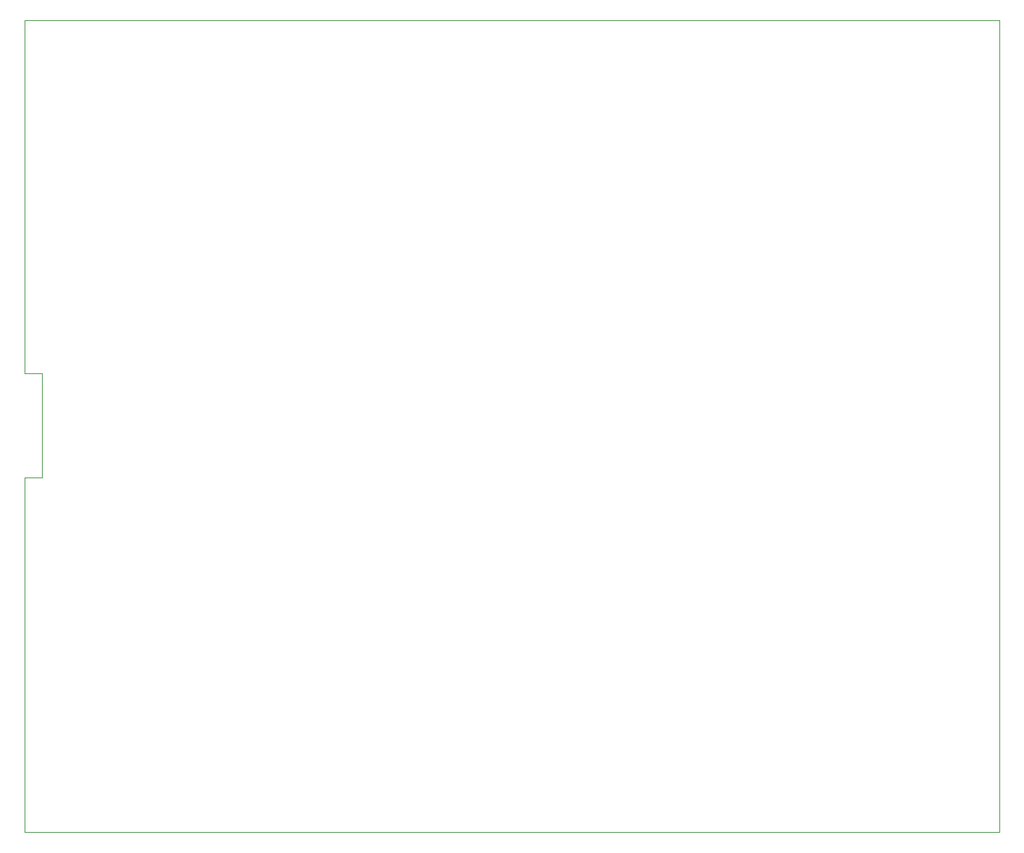
<source format=gbr>
G04 #@! TF.GenerationSoftware,KiCad,Pcbnew,9.0.2*
G04 #@! TF.CreationDate,2025-08-14T17:34:43+08:00*
G04 #@! TF.ProjectId,VCU_V3_1_PREFAB,5643555f-5633-45f3-915f-505245464142,rev?*
G04 #@! TF.SameCoordinates,Original*
G04 #@! TF.FileFunction,Profile,NP*
%FSLAX46Y46*%
G04 Gerber Fmt 4.6, Leading zero omitted, Abs format (unit mm)*
G04 Created by KiCad (PCBNEW 9.0.2) date 2025-08-14 17:34:43*
%MOMM*%
%LPD*%
G01*
G04 APERTURE LIST*
G04 #@! TA.AperFunction,Profile*
%ADD10C,0.100000*%
G04 #@! TD*
G04 APERTURE END LIST*
D10*
X86293400Y-95100000D02*
X88300000Y-95100000D01*
X86293400Y-41582200D02*
X200288600Y-41582200D01*
X88300000Y-95100000D02*
X88300000Y-82908000D01*
X86293400Y-136578200D02*
X86293400Y-95100000D01*
X200288600Y-136578200D02*
X86293400Y-136578200D01*
X200288600Y-41582200D02*
X200288600Y-136578200D01*
X86293400Y-82908000D02*
X86293400Y-41582200D01*
X88300000Y-82908000D02*
X86293400Y-82908000D01*
M02*

</source>
